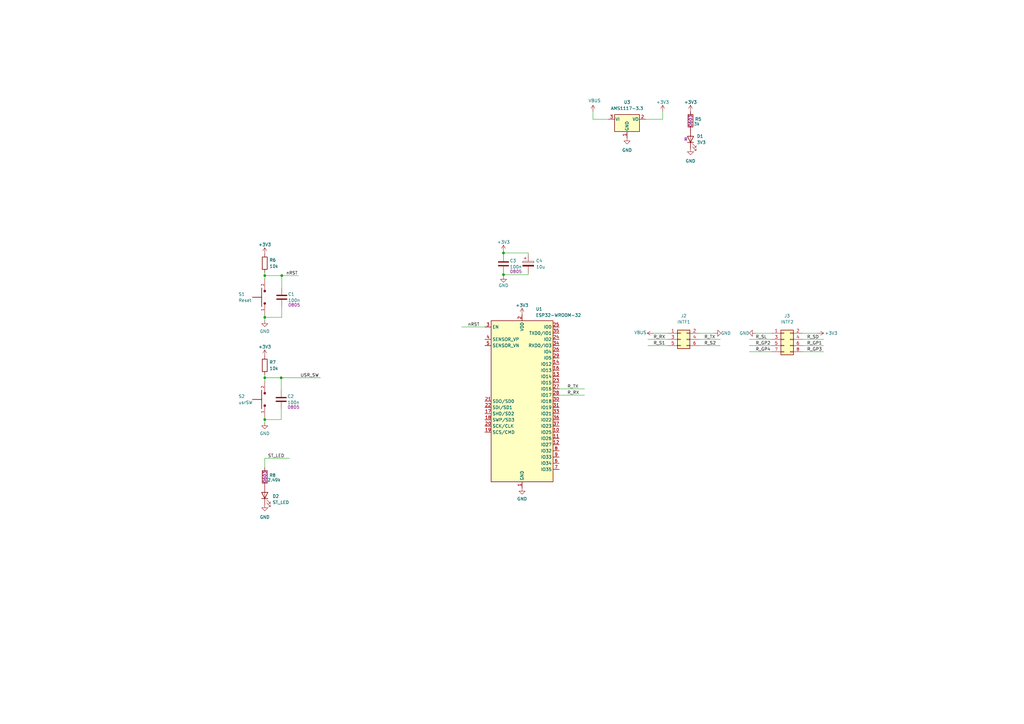
<source format=kicad_sch>
(kicad_sch (version 20211123) (generator eeschema)
  (paper "A3")
  (title_block (title "RSMS - Radar Sleep Monitoring System") (rev "0.1"))
  (lib_symbols
    (symbol "Connector_Generic:Conn_02x03_Odd_Even" (pin_names (offset 1.016) hide)
      (property "Reference" "J" (at 1.27 5.08 0))
      (property "Value" "Conn_02x03_Odd_Even" (at 1.27 -5.08 0))
      (symbol "Conn_02x03_Odd_Even_1_1"
        (rectangle (start -1.27 -2.413) (end 0 -2.667) (stroke (width 0.1524)))
        (rectangle (start -1.27 0.127) (end 0 -0.127) (stroke (width 0.1524)))
        (rectangle (start -1.27 2.667) (end 0 2.413) (stroke (width 0.1524)))
        (rectangle (start -1.27 3.81) (end 3.81 -3.81) (stroke (width 0.254)) (fill (type background)))
        (rectangle (start 3.81 -2.413) (end 2.54 -2.667) (stroke (width 0.1524)))
        (rectangle (start 3.81 0.127) (end 2.54 -0.127) (stroke (width 0.1524)))
        (rectangle (start 3.81 2.667) (end 2.54 2.413) (stroke (width 0.1524)))
        (pin passive line (at -5.08 2.54 0) (length 3.81) (name "Pin_1") (number "1"))
        (pin passive line (at 7.62 2.54 180) (length 3.81) (name "Pin_2") (number "2"))
        (pin passive line (at -5.08 0 0) (length 3.81) (name "Pin_3") (number "3"))
        (pin passive line (at 7.62 0 180) (length 3.81) (name "Pin_4") (number "4"))
        (pin passive line (at -5.08 -2.54 0) (length 3.81) (name "Pin_5") (number "5"))
        (pin passive line (at 7.62 -2.54 180) (length 3.81) (name "Pin_6") (number "6"))
      )
    )
    (symbol "Connector_Generic:Conn_02x04_Odd_Even" (pin_names (offset 1.016) hide)
      (property "Reference" "J" (at 1.27 5.08 0))
      (property "Value" "Conn_02x04_Odd_Even" (at 1.27 -7.62 0))
      (symbol "Conn_02x04_Odd_Even_1_1"
        (rectangle (start -1.27 -4.953) (end 0 -5.207) (stroke (width 0.1524)))
        (rectangle (start -1.27 -2.413) (end 0 -2.667) (stroke (width 0.1524)))
        (rectangle (start -1.27 0.127) (end 0 -0.127) (stroke (width 0.1524)))
        (rectangle (start -1.27 2.667) (end 0 2.413) (stroke (width 0.1524)))
        (rectangle (start -1.27 3.81) (end 3.81 -6.35) (stroke (width 0.254)) (fill (type background)))
        (rectangle (start 3.81 -4.953) (end 2.54 -5.207) (stroke (width 0.1524)))
        (rectangle (start 3.81 -2.413) (end 2.54 -2.667) (stroke (width 0.1524)))
        (rectangle (start 3.81 0.127) (end 2.54 -0.127) (stroke (width 0.1524)))
        (rectangle (start 3.81 2.667) (end 2.54 2.413) (stroke (width 0.1524)))
        (pin passive line (at -5.08 2.54 0) (length 3.81) (name "Pin_1") (number "1"))
        (pin passive line (at 7.62 2.54 180) (length 3.81) (name "Pin_2") (number "2"))
        (pin passive line (at -5.08 0 0) (length 3.81) (name "Pin_3") (number "3"))
        (pin passive line (at 7.62 0 180) (length 3.81) (name "Pin_4") (number "4"))
        (pin passive line (at -5.08 -2.54 0) (length 3.81) (name "Pin_5") (number "5"))
        (pin passive line (at 7.62 -2.54 180) (length 3.81) (name "Pin_6") (number "6"))
        (pin passive line (at -5.08 -5.08 0) (length 3.81) (name "Pin_7") (number "7"))
        (pin passive line (at 7.62 -5.08 180) (length 3.81) (name "Pin_8") (number "8"))
      )
    )
    (symbol "Device:C" (pin_numbers hide) (pin_names (offset 0.254))
      (property "Reference" "C" (at 0.635 2.54 0))
      (property "Value" "C" (at 0.635 -2.54 0))
      (symbol "C_0_1"
        (polyline (pts (xy -2.032 -0.762) (xy 2.032 -0.762)) (stroke (width 0.508)))
        (polyline (pts (xy -2.032 0.762) (xy 2.032 0.762)) (stroke (width 0.508)))
      )
      (symbol "C_1_1"
        (pin passive line (at 0 3.81 270) (length 2.794) (name "~") (number "1"))
        (pin passive line (at 0 -3.81 90) (length 2.794) (name "~") (number "2"))
      )
    )
    (symbol "Device:C_Polarized" (pin_numbers hide) (pin_names (offset 0.254))
      (property "Reference" "C" (at 0.635 2.54 0))
      (property "Value" "C_Polarized" (at 0.635 -2.54 0))
      (symbol "C_Polarized_0_1"
        (rectangle (start -2.286 0.508) (end 2.286 1.016))
        (polyline (pts (xy -1.778 2.286) (xy -0.762 2.286)))
        (polyline (pts (xy -1.27 2.794) (xy -1.27 1.778)))
        (rectangle (start 2.286 -0.508) (end -2.286 -1.016) (fill (type outline)))
      )
      (symbol "C_Polarized_1_1"
        (pin passive line (at 0 3.81 270) (length 2.794) (name "~") (number "1"))
        (pin passive line (at 0 -3.81 90) (length 2.794) (name "~") (number "2"))
      )
    )
    (symbol "Device:LED" (pin_numbers hide) (pin_names (offset 1.016) hide)
      (property "Reference" "D" (at 0 2.54 0))
      (property "Value" "LED" (at 0 -2.54 0))
      (symbol "LED_0_1"
        (polyline (pts (xy -1.27 -1.27) (xy -1.27 1.27)) (stroke (width 0.254)))
        (polyline (pts (xy -1.27 0) (xy 1.27 0)))
        (polyline (pts (xy 1.27 -1.27) (xy 1.27 1.27) (xy -1.27 0) (xy 1.27 -1.27)) (stroke (width 0.254)))
        (polyline (pts (xy -3.048 -0.762) (xy -4.572 -2.286) (xy -3.81 -2.286) (xy -4.572 -2.286) (xy -4.572 -1.524)))
        (polyline (pts (xy -1.778 -0.762) (xy -3.302 -2.286) (xy -2.54 -2.286) (xy -3.302 -2.286) (xy -3.302 -1.524)))
      )
      (symbol "LED_1_1"
        (pin passive line (at -3.81 0 0) (length 2.54) (name "K") (number "1"))
        (pin passive line (at 3.81 0 180) (length 2.54) (name "A") (number "2"))
      )
    )
    (symbol "Device:R" (pin_numbers hide) (pin_names (offset 0))
      (property "Reference" "R" (at 2.032 0 90))
      (property "Value" "R" (at 0 0 90))
      (symbol "R_0_1"
        (rectangle (start -1.016 -2.54) (end 1.016 2.54) (stroke (width 0.254)))
      )
      (symbol "R_1_1"
        (pin passive line (at 0 3.81 270) (length 1.27) (name "~") (number "1"))
        (pin passive line (at 0 -3.81 90) (length 1.27) (name "~") (number "2"))
      )
    )
    (symbol "RF_Module:ESP32-WROOM-32"
      (property "Reference" "U" (at -12.7 34.29 0))
      (property "Value" "ESP32-WROOM-32" (at 1.27 34.29 0))
      (symbol "ESP32-WROOM-32_0_1"
        (rectangle (start -12.7 33.02) (end 12.7 -33.02) (stroke (width 0.254)) (fill (type background)))
      )
      (symbol "ESP32-WROOM-32_1_1"
        (pin power_in line (at 0 -35.56 90) (length 2.54) (name "GND") (number "1"))
        (pin bidirectional line (at 15.24 -12.7 180) (length 2.54) (name "IO25") (number "10"))
        (pin bidirectional line (at 15.24 -15.24 180) (length 2.54) (name "IO26") (number "11"))
        (pin bidirectional line (at 15.24 -17.78 180) (length 2.54) (name "IO27") (number "12"))
        (pin bidirectional line (at 15.24 10.16 180) (length 2.54) (name "IO14") (number "13"))
        (pin bidirectional line (at 15.24 15.24 180) (length 2.54) (name "IO12") (number "14"))
        (pin passive line (at 0 -35.56 90) (length 2.54) hide (name "GND") (number "15"))
        (pin bidirectional line (at 15.24 12.7 180) (length 2.54) (name "IO13") (number "16"))
        (pin bidirectional line (at -15.24 -5.08 0) (length 2.54) (name "SHD/SD2") (number "17"))
        (pin bidirectional line (at -15.24 -7.62 0) (length 2.54) (name "SWP/SD3") (number "18"))
        (pin bidirectional line (at -15.24 -12.7 0) (length 2.54) (name "SCS/CMD") (number "19"))
        (pin power_in line (at 0 35.56 270) (length 2.54) (name "VDD") (number "2"))
        (pin bidirectional line (at -15.24 -10.16 0) (length 2.54) (name "SCK/CLK") (number "20"))
        (pin bidirectional line (at -15.24 0 0) (length 2.54) (name "SDO/SD0") (number "21"))
        (pin bidirectional line (at -15.24 -2.54 0) (length 2.54) (name "SDI/SD1") (number "22"))
        (pin bidirectional line (at 15.24 7.62 180) (length 2.54) (name "IO15") (number "23"))
        (pin bidirectional line (at 15.24 25.4 180) (length 2.54) (name "IO2") (number "24"))
        (pin bidirectional line (at 15.24 30.48 180) (length 2.54) (name "IO0") (number "25"))
        (pin bidirectional line (at 15.24 20.32 180) (length 2.54) (name "IO4") (number "26"))
        (pin bidirectional line (at 15.24 5.08 180) (length 2.54) (name "IO16") (number "27"))
        (pin bidirectional line (at 15.24 2.54 180) (length 2.54) (name "IO17") (number "28"))
        (pin bidirectional line (at 15.24 17.78 180) (length 2.54) (name "IO5") (number "29"))
        (pin input line (at -15.24 30.48 0) (length 2.54) (name "EN") (number "3"))
        (pin bidirectional line (at 15.24 0 180) (length 2.54) (name "IO18") (number "30"))
        (pin bidirectional line (at 15.24 -2.54 180) (length 2.54) (name "IO19") (number "31"))
        (pin no_connect line (at -12.7 -27.94 0) (length 2.54) hide (name "NC") (number "32"))
        (pin bidirectional line (at 15.24 -5.08 180) (length 2.54) (name "IO21") (number "33"))
        (pin bidirectional line (at 15.24 22.86 180) (length 2.54) (name "RXD0/IO3") (number "34"))
        (pin bidirectional line (at 15.24 27.94 180) (length 2.54) (name "TXD0/IO1") (number "35"))
        (pin bidirectional line (at 15.24 -7.62 180) (length 2.54) (name "IO22") (number "36"))
        (pin bidirectional line (at 15.24 -10.16 180) (length 2.54) (name "IO23") (number "37"))
        (pin passive line (at 0 -35.56 90) (length 2.54) hide (name "GND") (number "38"))
        (pin passive line (at 0 -35.56 90) (length 2.54) hide (name "GND") (number "39"))
        (pin input line (at -15.24 25.4 0) (length 2.54) (name "SENSOR_VP") (number "4"))
        (pin input line (at -15.24 22.86 0) (length 2.54) (name "SENSOR_VN") (number "5"))
        (pin input line (at 15.24 -25.4 180) (length 2.54) (name "IO34") (number "6"))
        (pin input line (at 15.24 -27.94 180) (length 2.54) (name "IO35") (number "7"))
        (pin bidirectional line (at 15.24 -20.32 180) (length 2.54) (name "IO32") (number "8"))
        (pin bidirectional line (at 15.24 -22.86 180) (length 2.54) (name "IO33") (number "9"))
      )
    )
    (symbol "Regulator_Linear:AMS1117-3.3" (pin_names (offset 0.254))
      (property "Reference" "U" (at -3.81 3.175 0))
      (property "Value" "AMS1117-3.3" (at 0 3.175 0))
      (symbol "AMS1117-3.3_0_1"
        (rectangle (start -5.08 -5.08) (end 5.08 1.905) (stroke (width 0.254)) (fill (type background)))
      )
      (symbol "AMS1117-3.3_1_1"
        (pin power_in line (at 0 -7.62 90) (length 2.54) (name "GND") (number "1"))
        (pin power_out line (at 7.62 0 180) (length 2.54) (name "VO") (number "2"))
        (pin power_in line (at -7.62 0 0) (length 2.54) (name "VI") (number "3"))
      )
    )
    (symbol "TL1015AF160QG:TL1015AF160QG" (pin_names (offset 1.016) hide)
      (property "Reference" "S" (at -5.08 6.35 0))
      (property "Value" "TL1015AF160QG" (at -5.08 -5.08 0))
      (symbol "TL1015AF160QG_0_0"
        (circle (center -2.54 0) (radius 0.254) (stroke (width 0.508)))
        (polyline (pts (xy -3.81 1.27) (xy 0 1.27)) (stroke (width 0.254)))
        (polyline (pts (xy 0 1.27) (xy 0 5.08)) (stroke (width 0.254)))
        (polyline (pts (xy 0 1.27) (xy 3.81 1.27)) (stroke (width 0.254)))
        (circle (center 2.54 0) (radius 0.254) (stroke (width 0.508)))
        (pin passive line (at -7.62 0 0) (length 5.08) (name "~") (number "1"))
        (pin passive line (at 7.62 0 180) (length 5.08) (name "~") (number "2"))
      )
    )
    (symbol "power:+3.3V" (power) (pin_names (offset 0))
      (property "Value" "+3.3V" (at 0 3.556 0))
      (symbol "+3.3V_0_1"
        (polyline (pts (xy -0.762 1.27) (xy 0 2.54)))
        (polyline (pts (xy 0 0) (xy 0 2.54)))
        (polyline (pts (xy 0 2.54) (xy 0.762 1.27)))
      )
      (symbol "+3.3V_1_1"
        (pin power_in line (at 0 0 90) (length 0) hide (name "+3V3") (number "1"))
      )
    )
    (symbol "power:GND" (power) (pin_names (offset 0))
      (property "Value" "GND" (at 0 -3.81 0))
      (symbol "GND_0_1"
        (polyline (pts (xy 0 0) (xy 0 -1.27) (xy 1.27 -1.27) (xy 0 -2.54) (xy -1.27 -1.27) (xy 0 -1.27)))
      )
      (symbol "GND_1_1"
        (pin power_in line (at 0 0 270) (length 0) hide (name "GND") (number "1"))
      )
    )
    (symbol "power:VBUS" (power) (pin_names (offset 0))
      (property "Value" "VBUS" (at 0 3.81 0))
      (symbol "VBUS_0_1"
        (polyline (pts (xy -0.762 1.27) (xy 0 2.54)))
        (polyline (pts (xy 0 0) (xy 0 2.54)))
        (polyline (pts (xy 0 2.54) (xy 0.762 1.27)))
      )
      (symbol "VBUS_1_1"
        (pin power_in line (at 0 0 90) (length 0) hide (name "VBUS") (number "1"))
      )
    )
  )
  (junction (at 108.585 154.94))
  (junction (at 115.57 113.03))
  (junction (at 206.502 112.649))
  (junction (at 108.585 113.03))
  (junction (at 108.585 130.175))
  (junction (at 115.316 154.94))
  (junction (at 108.585 172.085))
  (junction (at 206.502 103.759))
  (wire (pts (xy 115.316 154.94) (xy 115.316 160.02)))
  (wire (pts (xy 329.184 141.732) (xy 337.82 141.732)))
  (wire (pts (xy 108.585 154.94) (xy 115.316 154.94)))
  (wire (pts (xy 216.662 112.649) (xy 206.502 112.649)))
  (wire (pts (xy 115.57 113.03) (xy 122.428 113.03)))
  (wire (pts (xy 108.585 191.77) (xy 108.585 187.96)))
  (wire (pts (xy 108.585 173.355) (xy 108.585 172.085)))
  (wire (pts (xy 309.88 136.652) (xy 316.484 136.652)))
  (wire (pts (xy 216.662 104.394) (xy 216.662 103.759)))
  (wire (pts (xy 265.684 139.192) (xy 274.066 139.192)))
  (wire (pts (xy 115.316 154.94) (xy 131.445 154.94)))
  (wire (pts (xy 115.316 167.64) (xy 115.316 172.085)))
  (wire (pts (xy 115.57 113.03) (xy 115.57 118.11)))
  (wire (pts (xy 271.78 48.895) (xy 264.795 48.895)))
  (wire (pts (xy 216.662 112.014) (xy 216.662 112.649)))
  (wire (pts (xy 206.502 103.124) (xy 206.502 103.759)))
  (wire (pts (xy 115.57 125.73) (xy 115.57 130.175)))
  (wire (pts (xy 108.585 154.94) (xy 108.585 156.21)))
  (wire (pts (xy 329.184 136.652) (xy 335.28 136.652)))
  (wire (pts (xy 286.766 139.192) (xy 295.402 139.192)))
  (wire (pts (xy 206.502 112.649) (xy 206.502 113.284)))
  (wire (pts (xy 108.585 187.96) (xy 118.745 187.96)))
  (wire (pts (xy 189.357 134.112) (xy 198.882 134.112)))
  (wire (pts (xy 307.34 139.192) (xy 316.484 139.192)))
  (wire (pts (xy 286.766 141.732) (xy 295.402 141.732)))
  (wire (pts (xy 293.116 136.652) (xy 286.766 136.652)))
  (wire (pts (xy 108.585 171.45) (xy 108.585 172.085)))
  (wire (pts (xy 115.316 172.085) (xy 108.585 172.085)))
  (wire (pts (xy 229.362 162.052) (xy 239.776 162.052)))
  (wire (pts (xy 108.585 111.76) (xy 108.585 113.03)))
  (wire (pts (xy 108.585 113.03) (xy 115.57 113.03)))
  (wire (pts (xy 271.78 45.72) (xy 271.78 48.895)))
  (wire (pts (xy 206.502 103.759) (xy 206.502 104.394)))
  (wire (pts (xy 216.662 103.759) (xy 206.502 103.759)))
  (wire (pts (xy 329.184 144.272) (xy 337.82 144.272)))
  (wire (pts (xy 108.585 153.67) (xy 108.585 154.94)))
  (wire (pts (xy 229.362 159.512) (xy 239.776 159.512)))
  (wire (pts (xy 329.184 139.192) (xy 337.82 139.192)))
  (wire (pts (xy 108.585 129.54) (xy 108.585 130.175)))
  (wire (pts (xy 307.34 141.732) (xy 316.484 141.732)))
  (wire (pts (xy 115.57 130.175) (xy 108.585 130.175)))
  (wire (pts (xy 267.97 136.652) (xy 274.066 136.652)))
  (wire (pts (xy 265.684 141.732) (xy 274.066 141.732)))
  (wire (pts (xy 307.34 144.272) (xy 316.484 144.272)))
  (wire (pts (xy 108.585 113.03) (xy 108.585 114.3)))
  (wire (pts (xy 108.585 131.445) (xy 108.585 130.175)))
  (wire (pts (xy 206.502 112.014) (xy 206.502 112.649)))
  (wire (pts (xy 243.205 48.895) (xy 249.555 48.895)))
  (wire (pts (xy 243.205 45.72) (xy 243.205 48.895)))
  (label "R_SL" (at 309.88 139.192 0))
  (label "R_GP3" (at 330.962 144.272 0))
  (label "R_S1" (at 267.97 141.732 0))
  (label "R_RX" (at 232.664 162.052 0))
  (label "R_S2" (at 288.798 141.732 0))
  (label "R_GP2" (at 309.88 141.732 0))
  (label "ST_LED" (at 109.855 187.96 0))
  (label "nRST" (at 191.897 134.112 0))
  (label "USR_SW" (at 123.19 154.94 0))
  (label "R_SD" (at 330.962 139.192 0))
  (label "R_GP1" (at 330.962 141.732 0))
  (label "R_RX" (at 267.97 139.192 0))
  (label "R_TX" (at 288.798 139.192 0))
  (label "R_TX" (at 232.664 159.512 0))
  (label "R_GP4" (at 309.88 144.272 0))
  (label "nRST" (at 117.348 113.03 0))
  (symbol (lib_id "TL1015AF160QG:TL1015AF160QG") (at 108.585 121.92 90) (unit 1)
    (property "Reference" "S1" (at 97.79 120.65 90) (effects (justify right)))
    (property "Value" "Reset" (at 97.79 123.19 90) (effects (justify right)))
    (property "Footprint" "TL1015AF160QG:SW_TL1015AF160QG" (effects hide))
    (property "PARTREV" "F" (effects hide))
    (property "MANUFACTURER" "E-Switch" (effects hide))
    (property "STANDARD" "Manufacturer Recommendations" (effects hide))
    (property "MAXIMUM_PACKAGE_HEIGHT" "2.1 mm" (effects hide))
  )
  (symbol (lib_id "power:+3.3V") (at 335.28 136.652 270) (unit 1)
    (property "Reference" "#PWR023" (effects hide))
    (property "Value" "+3.3V" (at 340.868 136.652 90))
  )
  (symbol (lib_id "power:VBUS") (at 267.97 136.652 90) (unit 1)
    (property "Reference" "#PWR020" (effects hide))
    (property "Value" "VBUS" (at 262.636 136.398 90))
  )
  (symbol (lib_id "Device:R") (at 108.585 149.86 0) (unit 1)
    (property "Reference" "R7" (at 110.49 148.5899 0) (effects (justify left)))
    (property "Value" "10k" (at 110.49 151.1299 0) (effects (justify left)))
    (property "Footprint" "Resistor_SMD:R_0805_2012Metric" (effects hide))
  )
  (symbol (lib_id "power:+3.3V") (at 214.122 129.032 0) (unit 1)
    (property "Reference" "#PWR07" (effects hide))
    (property "Value" "+3.3V" (at 214.122 125.222 0))
  )
  (symbol (lib_id "Device:R") (at 108.585 195.58 180) (unit 1)
    (property "Reference" "R8" (at 111.76 194.945 0))
    (property "Value" "2.49k" (at 112.395 196.85 0))
    (property "Footprint" "Resistor_SMD:R_0603_1608Metric" (effects hide))
    (property "Size" "0603" (at 108.585 195.58 90))
  )
  (symbol (lib_id "Connector_Generic:Conn_02x03_Odd_Even") (at 279.146 139.192 0) (unit 1)
    (property "Reference" "J2" (at 280.416 129.54 0))
    (property "Value" "INTF1" (at 280.416 132.08 0))
    (property "Footprint" "Connector_PinHeader_2.00mm:PinHeader_2x03_P2.00mm_Vertical_SMD" (effects hide))
  )
  (symbol (lib_id "Device:R") (at 108.585 107.95 0) (unit 1)
    (property "Reference" "R6" (at 110.49 106.6799 0) (effects (justify left)))
    (property "Value" "10k" (at 110.49 109.2199 0) (effects (justify left)))
    (property "Footprint" "Resistor_SMD:R_0805_2012Metric" (effects hide))
  )
  (symbol (lib_id "Device:C") (at 115.316 163.83 0) (unit 1)
    (property "Reference" "C2" (at 117.856 162.56 0) (effects (justify left)))
    (property "Value" "100n" (at 117.856 165.1 0) (effects (justify left)))
    (property "Footprint" "Capacitor_SMD:C_0805_2012Metric" (effects hide))
    (property "Size" "0805" (at 120.396 167.0051 0))
  )
  (symbol (lib_id "power:+3.3V") (at 206.502 103.124 0) (unit 1)
    (property "Reference" "#PWR018" (effects hide))
    (property "Value" "+3.3V" (at 206.502 99.314 0))
  )
  (symbol (lib_id "power:GND") (at 309.88 136.652 270) (unit 1)
    (property "Reference" "#PWR022" (effects hide))
    (property "Value" "GND" (at 303.276 136.652 90) (effects (justify left)))
  )
  (symbol (lib_id "Device:LED") (at 108.585 203.2 90) (unit 1)
    (property "Reference" "D2" (at 111.76 203.5174 90) (effects (justify right)))
    (property "Value" "ST_LED" (at 111.76 206.0574 90) (effects (justify right)))
    (property "Footprint" "LED_SMD:LED_0805_2012Metric" (effects hide))
  )
  (symbol (lib_id "Device:R") (at 283.21 49.53 180) (unit 1)
    (property "Reference" "R5" (at 286.385 48.895 0))
    (property "Value" "3k" (at 285.75 50.8 0))
    (property "Footprint" "Resistor_SMD:R_0603_1608Metric" (effects hide))
    (property "Size" "0603" (at 283.21 49.53 90))
  )
  (symbol (lib_id "power:GND") (at 283.21 60.96 0) (unit 1)
    (property "Reference" "#PWR012" (effects hide))
    (property "Value" "GND" (at 283.21 66.04 0))
  )
  (symbol (lib_id "TL1015AF160QG:TL1015AF160QG") (at 108.585 163.83 90) (unit 1)
    (property "Reference" "S2" (at 97.79 162.56 90) (effects (justify right)))
    (property "Value" "usrSW" (at 97.79 165.1 90) (effects (justify right)))
    (property "Footprint" "TL1015AF160QG:SW_TL1015AF160QG" (effects hide))
    (property "PARTREV" "F" (effects hide))
    (property "MANUFACTURER" "E-Switch" (effects hide))
    (property "STANDARD" "Manufacturer Recommendations" (effects hide))
    (property "MAXIMUM_PACKAGE_HEIGHT" "2.1 mm" (effects hide))
  )
  (symbol (lib_id "power:GND") (at 108.585 207.01 0) (unit 1)
    (property "Reference" "#PWR017" (effects hide))
    (property "Value" "GND" (at 108.585 212.09 0))
  )
  (symbol (lib_id "Connector_Generic:Conn_02x04_Odd_Even") (at 321.564 139.192 0) (unit 1)
    (property "Reference" "J3" (at 322.834 129.54 0))
    (property "Value" "INTF2" (at 322.834 132.08 0))
    (property "Footprint" "Connector_PinSocket_2.00mm:PinSocket_2x04_P2.00mm_Vertical_SMD" (effects hide))
  )
  (symbol (lib_id "power:+3.3V") (at 271.78 45.72 0) (unit 1)
    (property "Reference" "#PWR010" (effects hide))
    (property "Value" "+3.3V" (at 271.78 41.91 0))
  )
  (symbol (lib_id "Device:C") (at 206.502 108.204 0) (unit 1)
    (property "Reference" "C3" (at 209.042 106.934 0) (effects (justify left)))
    (property "Value" "100n" (at 209.042 109.474 0) (effects (justify left)))
    (property "Footprint" "Capacitor_SMD:C_0805_2012Metric" (effects hide))
    (property "Size" "0805" (at 211.582 111.3791 0))
  )
  (symbol (lib_id "power:GND") (at 214.122 200.152 0) (unit 1)
    (property "Reference" "#PWR0101" (effects hide))
    (property "Value" "GND" (at 214.122 204.597 0))
  )
  (symbol (lib_id "Device:C_Polarized") (at 216.662 108.204 0) (unit 1)
    (property "Reference" "C4" (at 219.837 106.934 0) (effects (justify left)))
    (property "Value" "10u" (at 219.837 109.474 0) (effects (justify left)))
    (property "Footprint" "Capacitor_Tantalum_SMD:CP_EIA-3216-10_Kemet-I" (effects hide))
  )
  (symbol (lib_id "power:GND") (at 257.175 56.515 0) (unit 1)
    (property "Reference" "#PWR09" (effects hide))
    (property "Value" "GND" (at 257.175 61.595 0))
  )
  (symbol (lib_id "power:GND") (at 293.116 136.652 90) (unit 1)
    (property "Reference" "#PWR021" (effects hide))
    (property "Value" "GND" (at 295.656 136.652 90) (effects (justify right)))
  )
  (symbol (lib_id "Device:LED") (at 283.21 57.15 90) (unit 1)
    (property "Reference" "D1" (at 285.75 55.88 90) (effects (justify right)))
    (property "Value" "3V3" (at 285.75 58.42 90) (effects (justify right)))
    (property "Footprint" "LED_SMD:LED_0805_2012Metric" (effects hide))
    (property "Color" "R" (at 281.305 57.15 90))
  )
  (symbol (lib_id "power:+3.3V") (at 283.21 45.72 0) (unit 1)
    (property "Reference" "#PWR011" (effects hide))
    (property "Value" "+3.3V" (at 283.21 41.91 0))
  )
  (symbol (lib_id "Regulator_Linear:AMS1117-3.3") (at 257.175 48.895 0) (unit 1)
    (property "Reference" "U3" (at 257.175 41.91 0))
    (property "Value" "AMS1117-3.3" (at 257.175 44.45 0))
    (property "Footprint" "Package_TO_SOT_SMD:SOT-223-3_TabPin2" (effects hide))
    (property "Datasheet" "http://www.advanced-monolithic.com/pdf/ds1117.pdf" (effects hide))
  )
  (symbol (lib_id "power:GND") (at 108.585 131.445 0) (unit 1)
    (property "Reference" "#PWR014" (effects hide))
    (property "Value" "GND" (at 108.585 135.89 0))
  )
  (symbol (lib_id "power:GND") (at 108.585 173.355 0) (unit 1)
    (property "Reference" "#PWR016" (effects hide))
    (property "Value" "GND" (at 108.585 177.8 0))
  )
  (symbol (lib_id "power:GND") (at 206.502 113.284 0) (unit 1)
    (property "Reference" "#PWR019" (effects hide))
    (property "Value" "GND" (at 206.502 117.094 0))
  )
  (symbol (lib_id "power:+3.3V") (at 108.585 104.14 0) (unit 1)
    (property "Reference" "#PWR013" (effects hide))
    (property "Value" "+3.3V" (at 108.585 100.33 0))
  )
  (symbol (lib_id "RF_Module:ESP32-WROOM-32") (at 214.122 164.592 0) (unit 1)
    (property "Reference" "U1" (at 219.71 126.746 0) (effects (justify left)))
    (property "Value" "ESP32-WROOM-32" (at 219.71 129.286 0) (effects (justify left)))
    (property "Footprint" "RF_Module:ESP32-WROOM-32" (effects hide))
    (property "Datasheet" "https://www.espressif.com/sites/default/files/documentation/esp32-wroom-32_datasheet_en.pdf" (effects hide))
  )
  (symbol (lib_id "power:+3.3V") (at 108.585 146.05 0) (unit 1)
    (property "Reference" "#PWR015" (effects hide))
    (property "Value" "+3.3V" (at 108.585 142.24 0))
  )
  (symbol (lib_id "power:VBUS") (at 243.205 45.72 0) (unit 1)
    (property "Reference" "#PWR08" (effects hide))
    (property "Value" "VBUS" (at 241.3 41.275 0) (effects (justify left)))
  )
  (symbol (lib_id "Device:C") (at 115.57 121.92 0) (unit 1)
    (property "Reference" "C1" (at 118.11 120.65 0) (effects (justify left)))
    (property "Value" "100n" (at 118.11 123.19 0) (effects (justify left)))
    (property "Footprint" "Capacitor_SMD:C_0805_2012Metric" (effects hide))
    (property "Size" "0805" (at 120.65 125.0951 0))
  )
)
</source>
